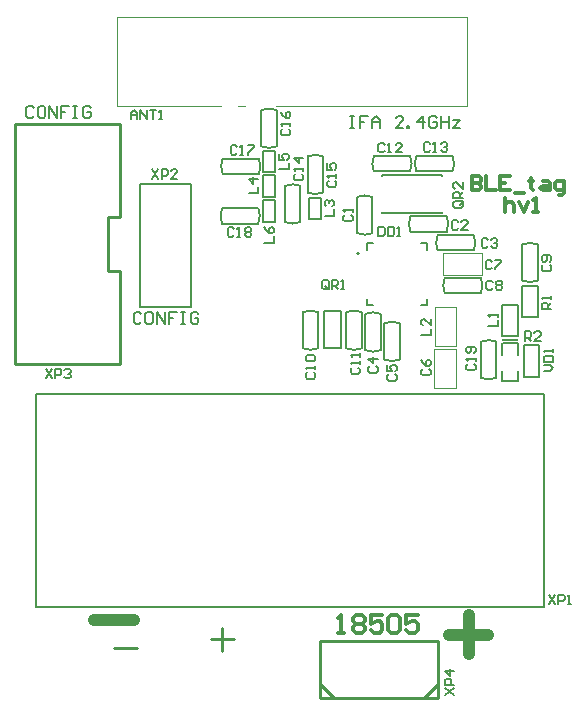
<source format=gto>
G04*
G04 #@! TF.GenerationSoftware,Altium Limited,Altium Designer,19.1.7 (138)*
G04*
G04 Layer_Color=65535*
%FSLAX24Y24*%
%MOIN*%
G70*
G01*
G75*
%ADD10C,0.0070*%
%ADD11C,0.0079*%
%ADD12C,0.0100*%
%ADD13C,0.0039*%
%ADD14C,0.0050*%
%ADD15C,0.0118*%
%ADD16C,0.0394*%
%ADD17R,0.0576X0.0100*%
D10*
X11595Y15519D02*
G03*
X12105Y15519I256J608D01*
G01*
Y16726D02*
G03*
X11595Y16726I-255J-609D01*
G01*
X17618Y15144D02*
G03*
X17108Y15145I-256J-608D01*
G01*
Y13937D02*
G03*
X17618Y13937I255J609D01*
G01*
X15721Y13524D02*
G03*
X15722Y14034I-608J256D01*
G01*
X14514D02*
G03*
X14514Y13524I609J-255D01*
G01*
X15485Y14941D02*
G03*
X15485Y15452I-608J256D01*
G01*
X14278D02*
G03*
X14278Y14941I609J-255D01*
G01*
X13373Y16083D02*
G03*
X13373Y15572I608J-256D01*
G01*
X14581D02*
G03*
X14580Y16083I-609J255D01*
G01*
X10295Y12887D02*
G03*
X9785Y12887I-256J-608D01*
G01*
Y11679D02*
G03*
X10295Y11680I255J609D01*
G01*
X11752Y12887D02*
G03*
X11241Y12887I-256J-608D01*
G01*
Y11679D02*
G03*
X11752Y11680I255J609D01*
G01*
X13012Y12513D02*
G03*
X12501Y12513I-256J-608D01*
G01*
Y11305D02*
G03*
X13012Y11306I255J609D01*
G01*
X11870Y11621D02*
G03*
X12381Y11621I256J608D01*
G01*
Y12829D02*
G03*
X11870Y12828I-255J-609D01*
G01*
X12153Y18089D02*
G03*
X12152Y17579I608J-256D01*
G01*
X13360D02*
G03*
X13360Y18089I-609J255D01*
G01*
X14776Y17579D02*
G03*
X14777Y18089I-608J256D01*
G01*
X13569D02*
G03*
X13569Y17579I609J-255D01*
G01*
X8300Y15837D02*
G03*
X8300Y16347I-608J256D01*
G01*
X7093D02*
G03*
X7093Y15837I609J-255D01*
G01*
X10453Y18079D02*
G03*
X9942Y18080I-256J-608D01*
G01*
Y16872D02*
G03*
X10453Y16873I255J609D01*
G01*
X9193Y15888D02*
G03*
X9704Y15888I256J608D01*
G01*
Y17095D02*
G03*
X9193Y17095I-255J-609D01*
G01*
X8320Y17490D02*
G03*
X8320Y18001I-608J256D01*
G01*
X7112D02*
G03*
X7113Y17490I609J-255D01*
G01*
X15728Y10696D02*
G03*
X16239Y10696I256J608D01*
G01*
Y11903D02*
G03*
X15728Y11903I-255J-609D01*
G01*
X8406Y18413D02*
G03*
X8916Y18412I256J608D01*
G01*
Y19620D02*
G03*
X8406Y19620I-255J-609D01*
G01*
X17657Y10738D02*
Y11782D01*
X17146Y10738D02*
Y11782D01*
Y10738D02*
X17657D01*
X17146Y11782D02*
X17657D01*
X12105Y15522D02*
Y16722D01*
X11594Y15522D02*
Y16722D01*
X17107Y13941D02*
Y15141D01*
X17618Y13941D02*
Y15141D01*
Y12707D02*
Y13750D01*
X17106Y12707D02*
Y13750D01*
Y12707D02*
X17618D01*
X17106Y13750D02*
X17618D01*
X14518Y14035D02*
X15718D01*
X14518Y13524D02*
X15718D01*
X14282Y15452D02*
X15482D01*
X14282Y14941D02*
X15482D01*
X13377Y15572D02*
X14577D01*
X13376Y16083D02*
X14577D01*
X16437Y12096D02*
X16949D01*
X16437Y13140D02*
X16949D01*
Y12096D02*
Y13140D01*
X16437Y12096D02*
Y13140D01*
X9784Y11683D02*
Y12883D01*
X10295Y11683D02*
Y12884D01*
X11241Y11683D02*
Y12883D01*
X11752Y11683D02*
Y12884D01*
X12501Y11309D02*
Y12509D01*
X13012Y11309D02*
Y12510D01*
X12381Y11625D02*
Y12825D01*
X11870Y11624D02*
Y12825D01*
X12156Y17579D02*
X13356D01*
X12156Y18090D02*
X13356D01*
X13573D02*
X14773D01*
X13573Y17579D02*
X14774D01*
X7096Y16348D02*
X8296D01*
X7096Y15837D02*
X8297D01*
X9942Y16876D02*
Y18076D01*
X10453Y16876D02*
Y18077D01*
X9704Y15892D02*
Y17092D01*
X9193Y15891D02*
Y17092D01*
X7116Y18001D02*
X8316D01*
X7116Y17490D02*
X8317D01*
X16239Y10700D02*
Y11900D01*
X15728Y10699D02*
Y11900D01*
X8916Y18416D02*
Y19616D01*
X8406Y18415D02*
Y19616D01*
D11*
X11663Y14833D02*
G03*
X11663Y14833I-39J0D01*
G01*
X4360Y13061D02*
Y17165D01*
X6043D01*
Y13061D02*
Y17165D01*
X4360Y13061D02*
X6043D01*
X11939Y13120D02*
X12126D01*
X11939D02*
Y13337D01*
Y14951D02*
Y15177D01*
X11949D01*
X12126D01*
X13740Y13120D02*
X13937D01*
Y13337D01*
Y14951D02*
Y15177D01*
X13740D02*
X13937D01*
X10492Y12913D02*
X11043D01*
X10492Y11693D02*
X11043D01*
X10492D02*
Y12913D01*
X11043Y11693D02*
Y12913D01*
X14409Y16187D02*
Y16226D01*
X12441Y16187D02*
X14409D01*
X12441D02*
Y16226D01*
X14409Y17407D02*
Y17447D01*
X12441D02*
X14409D01*
X12441Y17407D02*
Y17447D01*
X10000Y15980D02*
X10394D01*
X10000D02*
Y16689D01*
X10197D01*
X10394D01*
Y15980D02*
Y16689D01*
X8465Y16614D02*
X8858D01*
Y15906D02*
Y16614D01*
X8661Y15906D02*
X8858D01*
X8465D02*
X8661D01*
X8465D02*
Y16614D01*
Y17441D02*
X8858D01*
Y16732D02*
Y17441D01*
X8661Y16732D02*
X8858D01*
X8465D02*
X8661D01*
X8465D02*
Y17441D01*
Y18268D02*
X8858D01*
Y17559D02*
Y18268D01*
X8661Y17559D02*
X8858D01*
X8465D02*
X8661D01*
X8465D02*
Y18268D01*
X17835Y3071D02*
Y10157D01*
X906Y3071D02*
X17835D01*
X906D02*
Y10157D01*
X17835D01*
X17185Y11929D02*
Y12244D01*
X17342D01*
X17395Y12192D01*
Y12087D01*
X17342Y12034D01*
X17185D01*
X17290D02*
X17395Y11929D01*
X17710D02*
X17500D01*
X17710Y12139D01*
Y12192D01*
X17657Y12244D01*
X17552D01*
X17500Y12192D01*
X814Y19698D02*
X748Y19764D01*
X617D01*
X551Y19698D01*
Y19436D01*
X617Y19370D01*
X748D01*
X814Y19436D01*
X1142Y19764D02*
X1010D01*
X945Y19698D01*
Y19436D01*
X1010Y19370D01*
X1142D01*
X1207Y19436D01*
Y19698D01*
X1142Y19764D01*
X1338Y19370D02*
Y19764D01*
X1601Y19370D01*
Y19764D01*
X1994D02*
X1732D01*
Y19567D01*
X1863D01*
X1732D01*
Y19370D01*
X2125Y19764D02*
X2257D01*
X2191D01*
Y19370D01*
X2125D01*
X2257D01*
X2716Y19698D02*
X2650Y19764D01*
X2519D01*
X2453Y19698D01*
Y19436D01*
X2519Y19370D01*
X2650D01*
X2716Y19436D01*
Y19567D01*
X2585D01*
X4406Y12818D02*
X4340Y12884D01*
X4209D01*
X4144Y12818D01*
Y12556D01*
X4209Y12490D01*
X4340D01*
X4406Y12556D01*
X4734Y12884D02*
X4603D01*
X4537Y12818D01*
Y12556D01*
X4603Y12490D01*
X4734D01*
X4800Y12556D01*
Y12818D01*
X4734Y12884D01*
X4931Y12490D02*
Y12884D01*
X5193Y12490D01*
Y12884D01*
X5587D02*
X5324D01*
Y12687D01*
X5456D01*
X5324D01*
Y12490D01*
X5718Y12884D02*
X5849D01*
X5784D01*
Y12490D01*
X5718D01*
X5849D01*
X6308Y12818D02*
X6243Y12884D01*
X6112D01*
X6046Y12818D01*
Y12556D01*
X6112Y12490D01*
X6243D01*
X6308Y12556D01*
Y12687D01*
X6177D01*
X11368Y19409D02*
X11499D01*
X11434D01*
Y19016D01*
X11368D01*
X11499D01*
X11958Y19409D02*
X11696D01*
Y19213D01*
X11827D01*
X11696D01*
Y19016D01*
X12090D02*
Y19278D01*
X12221Y19409D01*
X12352Y19278D01*
Y19016D01*
Y19213D01*
X12090D01*
X13139Y19016D02*
X12877D01*
X13139Y19278D01*
Y19344D01*
X13074Y19409D01*
X12942D01*
X12877Y19344D01*
X13270Y19016D02*
Y19081D01*
X13336D01*
Y19016D01*
X13270D01*
X13795D02*
Y19409D01*
X13598Y19213D01*
X13861D01*
X14254Y19344D02*
X14189Y19409D01*
X14058D01*
X13992Y19344D01*
Y19081D01*
X14058Y19016D01*
X14189D01*
X14254Y19081D01*
Y19213D01*
X14123D01*
X14386Y19409D02*
Y19016D01*
Y19213D01*
X14648D01*
Y19409D01*
Y19016D01*
X14779Y19278D02*
X15041D01*
X14779Y19016D01*
X15041D01*
X14518Y138D02*
X14833Y348D01*
X14518D02*
X14833Y138D01*
Y453D02*
X14518D01*
Y610D01*
X14570Y663D01*
X14675D01*
X14728Y610D01*
Y453D01*
X14833Y925D02*
X14518D01*
X14675Y768D01*
Y977D01*
X4764Y17648D02*
X4974Y17333D01*
Y17648D02*
X4764Y17333D01*
X5079D02*
Y17648D01*
X5236D01*
X5289Y17595D01*
Y17490D01*
X5236Y17438D01*
X5079D01*
X5603Y17333D02*
X5393D01*
X5603Y17543D01*
Y17595D01*
X5551Y17648D01*
X5446D01*
X5393Y17595D01*
X12303Y15738D02*
Y15423D01*
X12461D01*
X12513Y15476D01*
Y15686D01*
X12461Y15738D01*
X12303D01*
X12618D02*
Y15423D01*
X12775D01*
X12828Y15476D01*
Y15686D01*
X12775Y15738D01*
X12618D01*
X12933Y15423D02*
X13038D01*
X12985D01*
Y15738D01*
X12933Y15686D01*
X16115Y13884D02*
X16063Y13937D01*
X15958D01*
X15906Y13884D01*
Y13675D01*
X15958Y13622D01*
X16063D01*
X16115Y13675D01*
X16220Y13884D02*
X16273Y13937D01*
X16378D01*
X16430Y13884D01*
Y13832D01*
X16378Y13779D01*
X16430Y13727D01*
Y13675D01*
X16378Y13622D01*
X16273D01*
X16220Y13675D01*
Y13727D01*
X16273Y13779D01*
X16220Y13832D01*
Y13884D01*
X16273Y13779D02*
X16378D01*
X4055Y19311D02*
Y19521D01*
X4160Y19626D01*
X4265Y19521D01*
Y19311D01*
Y19468D01*
X4055D01*
X4370Y19311D02*
Y19626D01*
X4580Y19311D01*
Y19626D01*
X4685D02*
X4895D01*
X4790D01*
Y19311D01*
X5000D02*
X5105D01*
X5052D01*
Y19626D01*
X5000Y19573D01*
X1211Y10994D02*
X1421Y10679D01*
Y10994D02*
X1211Y10679D01*
X1525D02*
Y10994D01*
X1683D01*
X1735Y10942D01*
Y10837D01*
X1683Y10784D01*
X1525D01*
X1840Y10942D02*
X1893Y10994D01*
X1998D01*
X2050Y10942D01*
Y10889D01*
X1998Y10837D01*
X1945D01*
X1998D01*
X2050Y10784D01*
Y10732D01*
X1998Y10679D01*
X1893D01*
X1840Y10732D01*
X17992Y3464D02*
X18202Y3150D01*
Y3464D02*
X17992Y3150D01*
X18307D02*
Y3464D01*
X18464D01*
X18517Y3412D01*
Y3307D01*
X18464Y3255D01*
X18307D01*
X18622Y3150D02*
X18727D01*
X18674D01*
Y3464D01*
X18622Y3412D01*
X17815Y10915D02*
X18025D01*
X18130Y11020D01*
X18025Y11125D01*
X17815D01*
Y11230D02*
X18130D01*
Y11388D01*
X18077Y11440D01*
X17868D01*
X17815Y11388D01*
Y11230D01*
X18130Y11545D02*
Y11650D01*
Y11598D01*
X17815D01*
X17868Y11545D01*
X18061Y12992D02*
X17746D01*
Y13150D01*
X17799Y13202D01*
X17904D01*
X17956Y13150D01*
Y12992D01*
Y13097D02*
X18061Y13202D01*
Y13307D02*
Y13412D01*
Y13359D01*
X17746D01*
X17799Y13307D01*
X15065Y16578D02*
X14855D01*
X14802Y16526D01*
Y16421D01*
X14855Y16368D01*
X15065D01*
X15117Y16421D01*
Y16526D01*
X15012Y16473D02*
X15117Y16578D01*
Y16526D02*
X15065Y16578D01*
X15117Y16683D02*
X14802D01*
Y16840D01*
X14855Y16893D01*
X14960D01*
X15012Y16840D01*
Y16683D01*
Y16788D02*
X15117Y16893D01*
Y17208D02*
Y16998D01*
X14907Y17208D01*
X14855D01*
X14802Y17155D01*
Y17050D01*
X14855Y16998D01*
X10643Y13704D02*
Y13914D01*
X10590Y13966D01*
X10486D01*
X10433Y13914D01*
Y13704D01*
X10486Y13652D01*
X10590D01*
X10538Y13757D02*
X10643Y13652D01*
X10590D02*
X10643Y13704D01*
X10748Y13652D02*
Y13966D01*
X10905D01*
X10958Y13914D01*
Y13809D01*
X10905Y13757D01*
X10748D01*
X10853D02*
X10958Y13652D01*
X11063D02*
X11168D01*
X11115D01*
Y13966D01*
X11063Y13914D01*
X8504Y15197D02*
X8819D01*
Y15407D01*
X8504Y15722D02*
X8557Y15617D01*
X8661Y15512D01*
X8766D01*
X8819Y15564D01*
Y15669D01*
X8766Y15722D01*
X8714D01*
X8661Y15669D01*
Y15512D01*
X8996Y17648D02*
X9311D01*
Y17858D01*
X8996Y18172D02*
Y17962D01*
X9154D01*
X9101Y18067D01*
Y18120D01*
X9154Y18172D01*
X9259D01*
X9311Y18120D01*
Y18015D01*
X9259Y17962D01*
X7981Y16850D02*
X8296D01*
Y17060D01*
Y17323D02*
X7981D01*
X8139Y17165D01*
Y17375D01*
X10512Y16098D02*
X10827D01*
Y16308D01*
X10564Y16413D02*
X10512Y16466D01*
Y16571D01*
X10564Y16623D01*
X10617D01*
X10669Y16571D01*
Y16518D01*
Y16571D01*
X10722Y16623D01*
X10774D01*
X10827Y16571D01*
Y16466D01*
X10774Y16413D01*
X13730Y12126D02*
X14045D01*
Y12336D01*
Y12651D02*
Y12441D01*
X13835Y12651D01*
X13783D01*
X13730Y12598D01*
Y12493D01*
X13783Y12441D01*
X15965Y12411D02*
X16280D01*
Y12621D01*
Y12726D02*
Y12831D01*
Y12779D01*
X15965D01*
X16017Y12726D01*
X15289Y11155D02*
X15236Y11102D01*
Y10997D01*
X15289Y10945D01*
X15499D01*
X15551Y10997D01*
Y11102D01*
X15499Y11155D01*
X15551Y11260D02*
Y11365D01*
Y11312D01*
X15236D01*
X15289Y11260D01*
X15499Y11522D02*
X15551Y11575D01*
Y11680D01*
X15499Y11732D01*
X15289D01*
X15236Y11680D01*
Y11575D01*
X15289Y11522D01*
X15341D01*
X15394Y11575D01*
Y11732D01*
X7493Y15656D02*
X7441Y15709D01*
X7336D01*
X7283Y15656D01*
Y15446D01*
X7336Y15394D01*
X7441D01*
X7493Y15446D01*
X7598Y15394D02*
X7703D01*
X7651D01*
Y15709D01*
X7598Y15656D01*
X7861D02*
X7913Y15709D01*
X8018D01*
X8071Y15656D01*
Y15604D01*
X8018Y15551D01*
X8071Y15499D01*
Y15446D01*
X8018Y15394D01*
X7913D01*
X7861Y15446D01*
Y15499D01*
X7913Y15551D01*
X7861Y15604D01*
Y15656D01*
X7913Y15551D02*
X8018D01*
X7592Y18402D02*
X7539Y18455D01*
X7434D01*
X7382Y18402D01*
Y18192D01*
X7434Y18140D01*
X7539D01*
X7592Y18192D01*
X7697Y18140D02*
X7802D01*
X7749D01*
Y18455D01*
X7697Y18402D01*
X7959Y18455D02*
X8169D01*
Y18402D01*
X7959Y18192D01*
Y18140D01*
X9108Y18989D02*
X9055Y18937D01*
Y18832D01*
X9108Y18780D01*
X9318D01*
X9370Y18832D01*
Y18937D01*
X9318Y18989D01*
X9370Y19094D02*
Y19199D01*
Y19147D01*
X9055D01*
X9108Y19094D01*
X9055Y19567D02*
X9108Y19462D01*
X9213Y19357D01*
X9318D01*
X9370Y19409D01*
Y19514D01*
X9318Y19567D01*
X9265D01*
X9213Y19514D01*
Y19357D01*
X10643Y17267D02*
X10591Y17215D01*
Y17110D01*
X10643Y17057D01*
X10853D01*
X10906Y17110D01*
Y17215D01*
X10853Y17267D01*
X10906Y17372D02*
Y17477D01*
Y17424D01*
X10591D01*
X10643Y17372D01*
X10591Y17844D02*
Y17634D01*
X10748D01*
X10696Y17739D01*
Y17792D01*
X10748Y17844D01*
X10853D01*
X10906Y17792D01*
Y17687D01*
X10853Y17634D01*
X9541Y17489D02*
X9488Y17436D01*
Y17331D01*
X9541Y17279D01*
X9751D01*
X9803Y17331D01*
Y17436D01*
X9751Y17489D01*
X9803Y17594D02*
Y17698D01*
Y17646D01*
X9488D01*
X9541Y17594D01*
X9803Y18013D02*
X9488D01*
X9646Y17856D01*
Y18066D01*
X14029Y18491D02*
X13976Y18543D01*
X13871D01*
X13819Y18491D01*
Y18281D01*
X13871Y18228D01*
X13976D01*
X14029Y18281D01*
X14134Y18228D02*
X14239D01*
X14186D01*
Y18543D01*
X14134Y18491D01*
X14396D02*
X14449Y18543D01*
X14554D01*
X14606Y18491D01*
Y18438D01*
X14554Y18386D01*
X14501D01*
X14554D01*
X14606Y18333D01*
Y18281D01*
X14554Y18228D01*
X14449D01*
X14396Y18281D01*
X12513Y18471D02*
X12461Y18524D01*
X12356D01*
X12303Y18471D01*
Y18261D01*
X12356Y18209D01*
X12461D01*
X12513Y18261D01*
X12618Y18209D02*
X12723D01*
X12670D01*
Y18524D01*
X12618Y18471D01*
X13090Y18209D02*
X12880D01*
X13090Y18419D01*
Y18471D01*
X13038Y18524D01*
X12933D01*
X12880Y18471D01*
X11431Y11037D02*
X11378Y10984D01*
Y10879D01*
X11431Y10827D01*
X11640D01*
X11693Y10879D01*
Y10984D01*
X11640Y11037D01*
X11693Y11142D02*
Y11247D01*
Y11194D01*
X11378D01*
X11431Y11142D01*
X11693Y11404D02*
Y11509D01*
Y11456D01*
X11378D01*
X11431Y11404D01*
X9934Y10879D02*
X9882Y10827D01*
Y10722D01*
X9934Y10669D01*
X10144D01*
X10197Y10722D01*
Y10827D01*
X10144Y10879D01*
X10197Y10984D02*
Y11089D01*
Y11037D01*
X9882D01*
X9934Y10984D01*
Y11247D02*
X9882Y11299D01*
Y11404D01*
X9934Y11456D01*
X10144D01*
X10197Y11404D01*
Y11299D01*
X10144Y11247D01*
X9934D01*
X17808Y14462D02*
X17756Y14409D01*
Y14304D01*
X17808Y14252D01*
X18018D01*
X18071Y14304D01*
Y14409D01*
X18018Y14462D01*
Y14567D02*
X18071Y14619D01*
Y14724D01*
X18018Y14777D01*
X17808D01*
X17756Y14724D01*
Y14619D01*
X17808Y14567D01*
X17861D01*
X17913Y14619D01*
Y14777D01*
X16086Y14573D02*
X16033Y14626D01*
X15928D01*
X15876Y14573D01*
Y14363D01*
X15928Y14311D01*
X16033D01*
X16086Y14363D01*
X16191Y14626D02*
X16401D01*
Y14573D01*
X16191Y14363D01*
Y14311D01*
X13793Y10988D02*
X13740Y10935D01*
Y10830D01*
X13793Y10778D01*
X14003D01*
X14055Y10830D01*
Y10935D01*
X14003Y10988D01*
X13740Y11302D02*
X13793Y11197D01*
X13898Y11092D01*
X14003D01*
X14055Y11145D01*
Y11250D01*
X14003Y11302D01*
X13950D01*
X13898Y11250D01*
Y11092D01*
X12651Y10807D02*
X12599Y10754D01*
Y10649D01*
X12651Y10597D01*
X12861D01*
X12913Y10649D01*
Y10754D01*
X12861Y10807D01*
X12599Y11122D02*
Y10912D01*
X12756D01*
X12703Y11017D01*
Y11069D01*
X12756Y11122D01*
X12861D01*
X12913Y11069D01*
Y10964D01*
X12861Y10912D01*
X12021Y11076D02*
X11969Y11024D01*
Y10919D01*
X12021Y10866D01*
X12231D01*
X12283Y10919D01*
Y11024D01*
X12231Y11076D01*
X12283Y11338D02*
X11969D01*
X12126Y11181D01*
Y11391D01*
X15958Y15302D02*
X15905Y15354D01*
X15801D01*
X15748Y15302D01*
Y15092D01*
X15801Y15039D01*
X15905D01*
X15958Y15092D01*
X16063Y15302D02*
X16115Y15354D01*
X16220D01*
X16273Y15302D01*
Y15249D01*
X16220Y15197D01*
X16168D01*
X16220D01*
X16273Y15144D01*
Y15092D01*
X16220Y15039D01*
X16115D01*
X16063Y15092D01*
X14964Y15902D02*
X14911Y15955D01*
X14806D01*
X14754Y15902D01*
Y15692D01*
X14806Y15640D01*
X14911D01*
X14964Y15692D01*
X15279Y15640D02*
X15069D01*
X15279Y15850D01*
Y15902D01*
X15226Y15955D01*
X15121D01*
X15069Y15902D01*
X11184Y16125D02*
X11132Y16073D01*
Y15968D01*
X11184Y15915D01*
X11394D01*
X11447Y15968D01*
Y16073D01*
X11394Y16125D01*
X11447Y16230D02*
Y16335D01*
Y16283D01*
X11132D01*
X11184Y16230D01*
D12*
X10364Y10D02*
X14301D01*
X10364Y1939D02*
X14301D01*
X10364Y10D02*
Y1939D01*
X14301Y10D02*
Y1939D01*
X10364Y482D02*
X10837Y10D01*
X13829D02*
X14301Y482D01*
X3307Y14242D02*
X3707D01*
X3307Y16042D02*
X3707D01*
X207Y11142D02*
X3707D01*
X207Y19142D02*
X3707D01*
X3307Y14242D02*
Y16042D01*
X3707Y11142D02*
Y14242D01*
Y16042D02*
Y19142D01*
X207Y11142D02*
Y19142D01*
X3484Y1693D02*
X4271D01*
X6713Y1978D02*
X7500D01*
X7106Y2372D02*
Y1585D01*
D13*
X14468Y14843D02*
X15768D01*
X14468Y14134D02*
X15768D01*
X14468D02*
Y14843D01*
X15768Y14134D02*
Y14843D01*
X14878Y11744D02*
Y13059D01*
X14177Y11744D02*
Y13059D01*
Y11744D02*
X14878D01*
X14177Y13059D02*
X14878D01*
X14882Y10364D02*
Y11663D01*
X14173Y10364D02*
Y11663D01*
X14882D01*
X14173Y10364D02*
X14882D01*
X3598Y22719D02*
X15243D01*
X3598Y19758D02*
Y22719D01*
X15243Y19758D02*
Y22719D01*
X3598Y19757D02*
X7050D01*
X7634Y19758D02*
X7859D01*
X8880D02*
X15243D01*
D14*
X16417Y11817D02*
X16457Y11857D01*
X16929D01*
X16968Y11463D02*
Y11817D01*
X16417Y11463D02*
Y11817D01*
Y10597D02*
X16968D01*
X16417D02*
Y10912D01*
X16929Y11857D02*
X16968Y11817D01*
Y10597D02*
Y10912D01*
D15*
X10965Y2195D02*
X11161D01*
X11063D01*
Y2785D01*
X10965Y2687D01*
X11457D02*
X11555Y2785D01*
X11752D01*
X11850Y2687D01*
Y2588D01*
X11752Y2490D01*
X11850Y2392D01*
Y2293D01*
X11752Y2195D01*
X11555D01*
X11457Y2293D01*
Y2392D01*
X11555Y2490D01*
X11457Y2588D01*
Y2687D01*
X11555Y2490D02*
X11752D01*
X12440Y2785D02*
X12047D01*
Y2490D01*
X12244Y2588D01*
X12342D01*
X12440Y2490D01*
Y2293D01*
X12342Y2195D01*
X12145D01*
X12047Y2293D01*
X12637Y2687D02*
X12736Y2785D01*
X12932D01*
X13031Y2687D01*
Y2293D01*
X12932Y2195D01*
X12736D01*
X12637Y2293D01*
Y2687D01*
X13621Y2785D02*
X13228D01*
Y2490D01*
X13424Y2588D01*
X13523D01*
X13621Y2490D01*
Y2293D01*
X13523Y2195D01*
X13326D01*
X13228Y2293D01*
X16518Y16703D02*
Y16230D01*
Y16466D01*
X16597Y16545D01*
X16754D01*
X16833Y16466D01*
Y16230D01*
X16991Y16545D02*
X17148Y16230D01*
X17305Y16545D01*
X17463Y16230D02*
X17620D01*
X17542D01*
Y16703D01*
X17463Y16624D01*
X15426Y17421D02*
Y16949D01*
X15662D01*
X15741Y17027D01*
Y17106D01*
X15662Y17185D01*
X15426D01*
X15662D01*
X15741Y17264D01*
Y17342D01*
X15662Y17421D01*
X15426D01*
X15898D02*
Y16949D01*
X16213D01*
X16685Y17421D02*
X16370D01*
Y16949D01*
X16685D01*
X16370Y17185D02*
X16528D01*
X16843Y16870D02*
X17157D01*
X17394Y17342D02*
Y17264D01*
X17315D01*
X17472D01*
X17394D01*
Y17027D01*
X17472Y16949D01*
X17787Y17264D02*
X17945D01*
X18023Y17185D01*
Y16949D01*
X17787D01*
X17708Y17027D01*
X17787Y17106D01*
X18023D01*
X18338Y16791D02*
X18417D01*
X18496Y16870D01*
Y17264D01*
X18259D01*
X18181Y17185D01*
Y17027D01*
X18259Y16949D01*
X18496D01*
D16*
X15965Y2136D02*
X14653D01*
X15309Y1480D02*
Y2792D01*
X4144Y2638D02*
X2832D01*
D17*
X16695Y11966D02*
D03*
M02*

</source>
